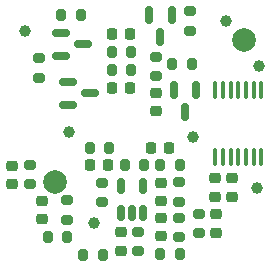
<source format=gbr>
%TF.GenerationSoftware,KiCad,Pcbnew,(6.0.1)*%
%TF.CreationDate,2023-03-20T17:12:11-07:00*%
%TF.ProjectId,NoteDetector,4e6f7465-4465-4746-9563-746f722e6b69,rev?*%
%TF.SameCoordinates,Original*%
%TF.FileFunction,Soldermask,Top*%
%TF.FilePolarity,Negative*%
%FSLAX46Y46*%
G04 Gerber Fmt 4.6, Leading zero omitted, Abs format (unit mm)*
G04 Created by KiCad (PCBNEW (6.0.1)) date 2023-03-20 17:12:11*
%MOMM*%
%LPD*%
G01*
G04 APERTURE LIST*
G04 Aperture macros list*
%AMRoundRect*
0 Rectangle with rounded corners*
0 $1 Rounding radius*
0 $2 $3 $4 $5 $6 $7 $8 $9 X,Y pos of 4 corners*
0 Add a 4 corners polygon primitive as box body*
4,1,4,$2,$3,$4,$5,$6,$7,$8,$9,$2,$3,0*
0 Add four circle primitives for the rounded corners*
1,1,$1+$1,$2,$3*
1,1,$1+$1,$4,$5*
1,1,$1+$1,$6,$7*
1,1,$1+$1,$8,$9*
0 Add four rect primitives between the rounded corners*
20,1,$1+$1,$2,$3,$4,$5,0*
20,1,$1+$1,$4,$5,$6,$7,0*
20,1,$1+$1,$6,$7,$8,$9,0*
20,1,$1+$1,$8,$9,$2,$3,0*%
G04 Aperture macros list end*
%ADD10C,2.000000*%
%ADD11RoundRect,0.200000X0.275000X-0.200000X0.275000X0.200000X-0.275000X0.200000X-0.275000X-0.200000X0*%
%ADD12RoundRect,0.225000X-0.250000X0.225000X-0.250000X-0.225000X0.250000X-0.225000X0.250000X0.225000X0*%
%ADD13RoundRect,0.200000X-0.200000X-0.275000X0.200000X-0.275000X0.200000X0.275000X-0.200000X0.275000X0*%
%ADD14RoundRect,0.200000X-0.275000X0.200000X-0.275000X-0.200000X0.275000X-0.200000X0.275000X0.200000X0*%
%ADD15RoundRect,0.225000X0.250000X-0.225000X0.250000X0.225000X-0.250000X0.225000X-0.250000X-0.225000X0*%
%ADD16C,1.000000*%
%ADD17RoundRect,0.225000X-0.225000X-0.250000X0.225000X-0.250000X0.225000X0.250000X-0.225000X0.250000X0*%
%ADD18RoundRect,0.225000X0.225000X0.250000X-0.225000X0.250000X-0.225000X-0.250000X0.225000X-0.250000X0*%
%ADD19RoundRect,0.200000X0.200000X0.275000X-0.200000X0.275000X-0.200000X-0.275000X0.200000X-0.275000X0*%
%ADD20RoundRect,0.150000X-0.150000X0.587500X-0.150000X-0.587500X0.150000X-0.587500X0.150000X0.587500X0*%
%ADD21RoundRect,0.150000X-0.587500X-0.150000X0.587500X-0.150000X0.587500X0.150000X-0.587500X0.150000X0*%
%ADD22RoundRect,0.150000X0.150000X-0.512500X0.150000X0.512500X-0.150000X0.512500X-0.150000X-0.512500X0*%
%ADD23RoundRect,0.100000X0.100000X-0.637500X0.100000X0.637500X-0.100000X0.637500X-0.100000X-0.637500X0*%
G04 APERTURE END LIST*
D10*
%TO.C,BT1*%
X9599987Y7200017D03*
X-6399991Y-4800011D03*
%TD*%
D11*
%TO.C,R7*%
X4136384Y-6450000D03*
X4136384Y-4800000D03*
%TD*%
D12*
%TO.C,C8*%
X-813616Y-9050000D03*
X-813616Y-10600000D03*
%TD*%
D13*
%TO.C,R11*%
X-438616Y-3375000D03*
X1211384Y-3375000D03*
%TD*%
D11*
%TO.C,R20*%
X2150000Y4175000D03*
X2150000Y5825000D03*
%TD*%
D14*
%TO.C,R16*%
X-2363616Y-4875000D03*
X-2363616Y-6525000D03*
%TD*%
D15*
%TO.C,C1*%
X-10000000Y-4950000D03*
X-10000000Y-3400000D03*
%TD*%
D16*
%TO.C,J2*%
X-3050000Y-8300000D03*
%TD*%
D17*
%TO.C,C5*%
X-3388616Y-3375000D03*
X-1838616Y-3375000D03*
%TD*%
D14*
%TO.C,R12*%
X5800000Y-7475000D03*
X5800000Y-9125000D03*
%TD*%
D16*
%TO.C,J1*%
X5300000Y-1000000D03*
%TD*%
D12*
%TO.C,C12*%
X7150000Y-4475000D03*
X7150000Y-6025000D03*
%TD*%
D13*
%TO.C,R17*%
X-5825000Y9350000D03*
X-4175000Y9350000D03*
%TD*%
D11*
%TO.C,R14*%
X686384Y-10650000D03*
X686384Y-9000000D03*
%TD*%
D18*
%TO.C,C7*%
X3275000Y-1875000D03*
X1725000Y-1875000D03*
%TD*%
D19*
%TO.C,R15*%
X-2313616Y-10975000D03*
X-3963616Y-10975000D03*
%TD*%
%TO.C,R18*%
X75000Y4700000D03*
X-1575000Y4700000D03*
%TD*%
D18*
%TO.C,C14*%
X25000Y7700000D03*
X-1525000Y7700000D03*
%TD*%
D12*
%TO.C,C11*%
X8650000Y-4475000D03*
X8650000Y-6025000D03*
%TD*%
D11*
%TO.C,R5*%
X-5338616Y-8000000D03*
X-5338616Y-6350000D03*
%TD*%
D13*
%TO.C,R22*%
X3575000Y5200000D03*
X5225000Y5200000D03*
%TD*%
D11*
%TO.C,R4*%
X-8500000Y-5000000D03*
X-8500000Y-3350000D03*
%TD*%
D15*
%TO.C,C2*%
X-7500000Y-7950000D03*
X-7500000Y-6400000D03*
%TD*%
D13*
%TO.C,R3*%
X-3438616Y-1875000D03*
X-1788616Y-1875000D03*
%TD*%
D16*
%TO.C,J3*%
X-5200000Y-550000D03*
%TD*%
D12*
%TO.C,C15*%
X2150000Y2775000D03*
X2150000Y1225000D03*
%TD*%
D20*
%TO.C,Q4*%
X3500000Y9387500D03*
X1600000Y9387500D03*
X2550000Y7512500D03*
%TD*%
D15*
%TO.C,C3*%
X2636384Y-6400000D03*
X2636384Y-4850000D03*
%TD*%
D19*
%TO.C,R19*%
X75000Y6200000D03*
X-1575000Y6200000D03*
%TD*%
D11*
%TO.C,R21*%
X5100000Y8025000D03*
X5100000Y9675000D03*
%TD*%
D21*
%TO.C,Q3*%
X-5887500Y7800000D03*
X-5887500Y5900000D03*
X-4012500Y6850000D03*
%TD*%
D22*
%TO.C,U1*%
X-813616Y-7387500D03*
X136384Y-7387500D03*
X1086384Y-7387500D03*
X1086384Y-5112500D03*
X-813616Y-5112500D03*
%TD*%
D18*
%TO.C,C13*%
X25000Y3200000D03*
X-1525000Y3200000D03*
%TD*%
D11*
%TO.C,R8*%
X4136384Y-9450000D03*
X4136384Y-7800000D03*
%TD*%
D21*
%TO.C,Q2*%
X-5237500Y3650000D03*
X-5237500Y1750000D03*
X-3362500Y2700000D03*
%TD*%
D12*
%TO.C,C6*%
X7300000Y-7525000D03*
X7300000Y-9075000D03*
%TD*%
D16*
%TO.C,J5*%
X-8900000Y7950000D03*
%TD*%
D13*
%TO.C,R13*%
X2561384Y-3375000D03*
X4211384Y-3375000D03*
%TD*%
D16*
%TO.C,J4*%
X10700000Y-5300000D03*
%TD*%
%TO.C,J7*%
X10900000Y5000000D03*
%TD*%
D15*
%TO.C,C4*%
X2636384Y-9400000D03*
X2636384Y-7850000D03*
%TD*%
D11*
%TO.C,R1*%
X-7700000Y4025000D03*
X-7700000Y5675000D03*
%TD*%
D19*
%TO.C,R6*%
X4211384Y-10875000D03*
X2561384Y-10875000D03*
%TD*%
D20*
%TO.C,Q1*%
X5600000Y3037500D03*
X3700000Y3037500D03*
X4650000Y1162500D03*
%TD*%
D23*
%TO.C,U2*%
X7200000Y-2712500D03*
X7850000Y-2712500D03*
X8500000Y-2712500D03*
X9150000Y-2712500D03*
X9800000Y-2712500D03*
X10450000Y-2712500D03*
X11100000Y-2712500D03*
X11100000Y3012500D03*
X10450000Y3012500D03*
X9800000Y3012500D03*
X9150000Y3012500D03*
X8500000Y3012500D03*
X7850000Y3012500D03*
X7200000Y3012500D03*
%TD*%
D16*
%TO.C,J6*%
X8100000Y8850000D03*
%TD*%
D19*
%TO.C,R2*%
X-5326116Y-9425000D03*
X-6976116Y-9425000D03*
%TD*%
M02*

</source>
